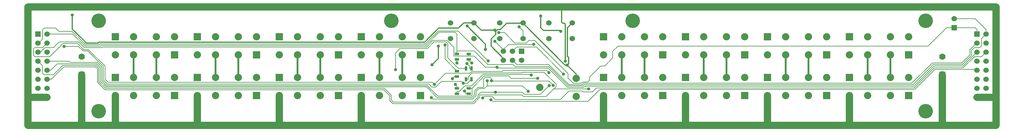
<source format=gbl>
G04 (created by PCBNEW-RS274X (2011-07-08)-stable) date Thu 08 Sep 2011 11:54:33 PM CEST*
G01*
G70*
G90*
%MOIN*%
G04 Gerber Fmt 3.4, Leading zero omitted, Abs format*
%FSLAX34Y34*%
G04 APERTURE LIST*
%ADD10C,0.010000*%
%ADD11R,0.070000X0.070000*%
%ADD12C,0.070000*%
%ADD13R,0.060000X0.060000*%
%ADD14C,0.060000*%
%ADD15R,0.080000X0.080000*%
%ADD16C,0.080000*%
%ADD17C,0.160000*%
%ADD18R,0.045000X0.025000*%
%ADD19R,0.025000X0.045000*%
%ADD20C,0.035000*%
%ADD21C,0.006000*%
%ADD22C,0.020000*%
%ADD23C,0.080000*%
%ADD24C,0.012000*%
G04 APERTURE END LIST*
G54D10*
G54D11*
X129300Y-57700D03*
G54D12*
X129300Y-55700D03*
G54D11*
X34800Y-57700D03*
G54D12*
X34800Y-55700D03*
G54D13*
X30000Y-53200D03*
G54D14*
X31000Y-53200D03*
X30000Y-54200D03*
X31000Y-54200D03*
X30000Y-55200D03*
X31000Y-55200D03*
X30000Y-56200D03*
X31000Y-56200D03*
X30000Y-57200D03*
X31000Y-57200D03*
X30000Y-58200D03*
X31000Y-58200D03*
X30000Y-59200D03*
X31000Y-59200D03*
X30000Y-60200D03*
X31000Y-60200D03*
G54D13*
X133100Y-53200D03*
G54D14*
X134100Y-53200D03*
X133100Y-54200D03*
X134100Y-54200D03*
X133100Y-55200D03*
X134100Y-55200D03*
X133100Y-56200D03*
X134100Y-56200D03*
X133100Y-57200D03*
X134100Y-57200D03*
X133100Y-58200D03*
X134100Y-58200D03*
X133100Y-59200D03*
X134100Y-59200D03*
X133100Y-60200D03*
X134100Y-60200D03*
G54D15*
X56500Y-58000D03*
G54D16*
X56500Y-60000D03*
X58500Y-60000D03*
X58500Y-58000D03*
G54D15*
X56500Y-53500D03*
G54D16*
X56500Y-55500D03*
X58500Y-55500D03*
X58500Y-53500D03*
G54D15*
X38500Y-53500D03*
G54D16*
X38500Y-55500D03*
X40500Y-55500D03*
X40500Y-53500D03*
G54D15*
X38500Y-58000D03*
G54D16*
X38500Y-60000D03*
X40500Y-60000D03*
X40500Y-58000D03*
G54D15*
X45000Y-55500D03*
G54D16*
X45000Y-53500D03*
X43000Y-53500D03*
X43000Y-55500D03*
G54D15*
X45000Y-60000D03*
G54D16*
X45000Y-58000D03*
X43000Y-58000D03*
X43000Y-60000D03*
G54D13*
X83100Y-55100D03*
G54D14*
X83100Y-56100D03*
X82100Y-55100D03*
X82100Y-56100D03*
X81100Y-55100D03*
X81100Y-56100D03*
X86100Y-51975D03*
X88650Y-51975D03*
X86100Y-53725D03*
X88650Y-53725D03*
X80700Y-51975D03*
X83250Y-51975D03*
X80700Y-53725D03*
X83250Y-53725D03*
X75300Y-51975D03*
X77850Y-51975D03*
X75300Y-53725D03*
X77850Y-53725D03*
G54D16*
X89100Y-60100D03*
X85100Y-59100D03*
X89100Y-58100D03*
G54D17*
X36650Y-51750D03*
X95300Y-51750D03*
X68800Y-51750D03*
X36650Y-61750D03*
G54D15*
X47500Y-58000D03*
G54D16*
X47500Y-60000D03*
X49500Y-60000D03*
X49500Y-58000D03*
G54D15*
X47500Y-53500D03*
G54D16*
X47500Y-55500D03*
X49500Y-55500D03*
X49500Y-53500D03*
G54D15*
X54000Y-55500D03*
G54D16*
X54000Y-53500D03*
X52000Y-53500D03*
X52000Y-55500D03*
G54D15*
X54000Y-60000D03*
G54D16*
X54000Y-58000D03*
X52000Y-58000D03*
X52000Y-60000D03*
G54D15*
X63000Y-55500D03*
G54D16*
X63000Y-53500D03*
X61000Y-53500D03*
X61000Y-55500D03*
G54D15*
X63000Y-60000D03*
G54D16*
X63000Y-58000D03*
X61000Y-58000D03*
X61000Y-60000D03*
G54D15*
X65500Y-58000D03*
G54D16*
X65500Y-60000D03*
X67500Y-60000D03*
X67500Y-58000D03*
G54D15*
X65500Y-53500D03*
G54D16*
X65500Y-55500D03*
X67500Y-55500D03*
X67500Y-53500D03*
G54D15*
X72000Y-55500D03*
G54D16*
X72000Y-53500D03*
X70000Y-53500D03*
X70000Y-55500D03*
G54D15*
X72000Y-60000D03*
G54D16*
X72000Y-58000D03*
X70000Y-58000D03*
X70000Y-60000D03*
G54D15*
X92100Y-58000D03*
G54D16*
X92100Y-60000D03*
X94100Y-60000D03*
X94100Y-58000D03*
G54D15*
X92100Y-53500D03*
G54D16*
X92100Y-55500D03*
X94100Y-55500D03*
X94100Y-53500D03*
G54D15*
X98600Y-55500D03*
G54D16*
X98600Y-53500D03*
X96600Y-53500D03*
X96600Y-55500D03*
G54D15*
X98600Y-60000D03*
G54D16*
X98600Y-58000D03*
X96600Y-58000D03*
X96600Y-60000D03*
G54D15*
X101100Y-58000D03*
G54D16*
X101100Y-60000D03*
X103100Y-60000D03*
X103100Y-58000D03*
G54D15*
X101100Y-53500D03*
G54D16*
X101100Y-55500D03*
X103100Y-55500D03*
X103100Y-53500D03*
G54D15*
X107600Y-55500D03*
G54D16*
X107600Y-53500D03*
X105600Y-53500D03*
X105600Y-55500D03*
G54D15*
X107600Y-60000D03*
G54D16*
X107600Y-58000D03*
X105600Y-58000D03*
X105600Y-60000D03*
G54D15*
X110100Y-58000D03*
G54D16*
X110100Y-60000D03*
X112100Y-60000D03*
X112100Y-58000D03*
G54D15*
X110100Y-53500D03*
G54D16*
X110100Y-55500D03*
X112100Y-55500D03*
X112100Y-53500D03*
G54D15*
X116600Y-55500D03*
G54D16*
X116600Y-53500D03*
X114600Y-53500D03*
X114600Y-55500D03*
G54D15*
X116600Y-60000D03*
G54D16*
X116600Y-58000D03*
X114600Y-58000D03*
X114600Y-60000D03*
G54D15*
X119100Y-58000D03*
G54D16*
X119100Y-60000D03*
X121100Y-60000D03*
X121100Y-58000D03*
G54D15*
X119100Y-53500D03*
G54D16*
X119100Y-55500D03*
X121100Y-55500D03*
X121100Y-53500D03*
G54D15*
X125600Y-55500D03*
G54D16*
X125600Y-53500D03*
X123600Y-53500D03*
X123600Y-55500D03*
G54D15*
X125600Y-60000D03*
G54D16*
X125600Y-58000D03*
X123600Y-58000D03*
X123600Y-60000D03*
G54D18*
X76000Y-55400D03*
X76000Y-56000D03*
X76000Y-57300D03*
X76000Y-57900D03*
X76000Y-59800D03*
X76000Y-59200D03*
X77300Y-59200D03*
X77300Y-59800D03*
G54D19*
X77000Y-58200D03*
X77600Y-58200D03*
X77000Y-57000D03*
X77600Y-57000D03*
G54D18*
X77300Y-55400D03*
X77300Y-56000D03*
G54D13*
X130600Y-52500D03*
G54D14*
X130600Y-51500D03*
G54D17*
X127450Y-51750D03*
X127450Y-61750D03*
G54D20*
X80211Y-59644D03*
X87696Y-57644D03*
X86113Y-58912D03*
X80373Y-56885D03*
X73200Y-60260D03*
X83822Y-59556D03*
X79314Y-58365D03*
X69245Y-57141D03*
X79725Y-60466D03*
X79422Y-56181D03*
X84844Y-58102D03*
X86569Y-58891D03*
X79779Y-58391D03*
X80145Y-54012D03*
X84425Y-54335D03*
X80586Y-53064D03*
X90461Y-59297D03*
X76704Y-58659D03*
X32870Y-54567D03*
X74689Y-54419D03*
X84141Y-57756D03*
X86077Y-57470D03*
X73526Y-58783D03*
X78813Y-60281D03*
X87900Y-56200D03*
X33771Y-51108D03*
X88102Y-56641D03*
X73963Y-54559D03*
X73250Y-56618D03*
X80166Y-52796D03*
X85200Y-51200D03*
X87400Y-52900D03*
X75502Y-58146D03*
X75815Y-58781D03*
X82836Y-52428D03*
X75987Y-56407D03*
X77622Y-56417D03*
X77096Y-56496D03*
X76820Y-59527D03*
X79135Y-54903D03*
X77122Y-52321D03*
G54D21*
X69534Y-60743D02*
X69013Y-60743D01*
X78316Y-59936D02*
X78608Y-59644D01*
X78316Y-60166D02*
X78316Y-59936D01*
X77739Y-60743D02*
X78316Y-60166D01*
X80211Y-59644D02*
X78608Y-59644D01*
X37800Y-59226D02*
X37426Y-59226D01*
X36349Y-56669D02*
X36669Y-56989D01*
X36669Y-56989D02*
X36669Y-58469D01*
X32708Y-56669D02*
X34891Y-56669D01*
X31677Y-57700D02*
X32708Y-56669D01*
X30646Y-57700D02*
X31677Y-57700D01*
X30500Y-57554D02*
X30646Y-57700D01*
X30500Y-56700D02*
X30500Y-57554D01*
X30500Y-56700D02*
X30000Y-56200D01*
X34891Y-56669D02*
X36349Y-56669D01*
X37800Y-59226D02*
X68019Y-59226D01*
X37426Y-59226D02*
X36669Y-58469D01*
X69534Y-60743D02*
X77739Y-60743D01*
X68026Y-59226D02*
X68019Y-59226D01*
X68782Y-59982D02*
X68026Y-59226D01*
X68782Y-60512D02*
X68782Y-59982D01*
X69013Y-60743D02*
X68782Y-60512D01*
X84713Y-54661D02*
X87696Y-57644D01*
X82539Y-54661D02*
X84713Y-54661D01*
X82100Y-55100D02*
X82539Y-54661D01*
X85152Y-59873D02*
X86113Y-58912D01*
X83398Y-59873D02*
X85152Y-59873D01*
X83169Y-59644D02*
X83398Y-59873D01*
X80211Y-59644D02*
X83169Y-59644D01*
G54D22*
X40500Y-58000D02*
X40500Y-55500D01*
X43000Y-58000D02*
X43000Y-55500D01*
X49500Y-55500D02*
X49500Y-58000D01*
X52000Y-58000D02*
X52000Y-55500D01*
X58500Y-55500D02*
X58500Y-58000D01*
X61000Y-58000D02*
X61000Y-55500D01*
X67500Y-55500D02*
X67500Y-58000D01*
X70000Y-55500D02*
X70000Y-58000D01*
X94100Y-55500D02*
X94100Y-58000D01*
X96600Y-55500D02*
X96600Y-58000D01*
X103100Y-55500D02*
X103100Y-58000D01*
X105600Y-58000D02*
X105600Y-55500D01*
X112100Y-58000D02*
X112100Y-55500D01*
X114600Y-58000D02*
X114600Y-55500D01*
X121100Y-55500D02*
X121100Y-58000D01*
X123600Y-58000D02*
X123600Y-55500D01*
G54D21*
X34409Y-54089D02*
X34462Y-54089D01*
X30000Y-55200D02*
X30255Y-55200D01*
X30255Y-55200D02*
X30755Y-54700D01*
X30755Y-54700D02*
X31698Y-54700D01*
X31698Y-54700D02*
X32309Y-54089D01*
X32309Y-54089D02*
X34409Y-54089D01*
X73375Y-53925D02*
X74883Y-53925D01*
X74883Y-53925D02*
X75641Y-54683D01*
X75641Y-54683D02*
X75641Y-55642D01*
X75641Y-55642D02*
X75657Y-55658D01*
X75657Y-55658D02*
X77300Y-55658D01*
X73367Y-53925D02*
X73375Y-53925D01*
X72656Y-54636D02*
X73367Y-53925D01*
X37060Y-54636D02*
X72656Y-54636D01*
X36980Y-54716D02*
X37060Y-54636D01*
X35089Y-54716D02*
X36980Y-54716D01*
X34462Y-54089D02*
X35089Y-54716D01*
X77300Y-55400D02*
X77300Y-55658D01*
X79120Y-56885D02*
X80373Y-56885D01*
X77893Y-55658D02*
X79120Y-56885D01*
X77300Y-55658D02*
X77893Y-55658D01*
X80464Y-56976D02*
X80373Y-56885D01*
X86019Y-56976D02*
X80464Y-56976D01*
X88170Y-59127D02*
X86019Y-56976D01*
X89901Y-59127D02*
X88170Y-59127D01*
X90039Y-58989D02*
X89901Y-59127D01*
X126151Y-58989D02*
X90039Y-58989D01*
X128402Y-56738D02*
X126151Y-58989D01*
X131562Y-56738D02*
X128402Y-56738D01*
X133100Y-55200D02*
X131562Y-56738D01*
X78991Y-59260D02*
X79314Y-58937D01*
X78380Y-59260D02*
X78991Y-59260D01*
X78097Y-59543D02*
X78380Y-59260D01*
X78097Y-60003D02*
X78097Y-59543D01*
X77696Y-60404D02*
X78097Y-60003D01*
X73344Y-60404D02*
X77696Y-60404D01*
X73200Y-60260D02*
X73344Y-60404D01*
X79314Y-58937D02*
X79314Y-58365D01*
X83203Y-58937D02*
X83822Y-59556D01*
X79314Y-58937D02*
X83203Y-58937D01*
X77000Y-57000D02*
X76146Y-57000D01*
X76146Y-57000D02*
X74997Y-55851D01*
X74997Y-55851D02*
X74997Y-54291D01*
X74997Y-54291D02*
X74794Y-54088D01*
X74794Y-54088D02*
X73472Y-54088D01*
X73472Y-54088D02*
X72740Y-54820D01*
X72740Y-54820D02*
X69726Y-54820D01*
X69726Y-54820D02*
X69245Y-55301D01*
X69245Y-55301D02*
X69245Y-57141D01*
X79725Y-60466D02*
X79894Y-60635D01*
X79894Y-60635D02*
X90401Y-60635D01*
X90401Y-60635D02*
X91676Y-59360D01*
X91676Y-59360D02*
X126260Y-59360D01*
X126260Y-59360D02*
X128496Y-57124D01*
X128496Y-57124D02*
X133024Y-57124D01*
X133024Y-57124D02*
X133100Y-57200D01*
X72520Y-54312D02*
X73966Y-52866D01*
X76330Y-53089D02*
X79422Y-56181D01*
X72520Y-54312D02*
X36840Y-54312D01*
X36840Y-54312D02*
X36760Y-54392D01*
X36760Y-54392D02*
X35680Y-54392D01*
X30680Y-52540D02*
X30500Y-52720D01*
X32285Y-52905D02*
X31920Y-52540D01*
X31920Y-52540D02*
X30680Y-52540D01*
X34927Y-54094D02*
X34924Y-54094D01*
X35225Y-54392D02*
X34927Y-54094D01*
X35680Y-54392D02*
X35225Y-54392D01*
X34924Y-54094D02*
X33735Y-52905D01*
X33735Y-52905D02*
X32285Y-52905D01*
X30080Y-54200D02*
X30000Y-54200D01*
X30500Y-53780D02*
X30080Y-54200D01*
X30500Y-52720D02*
X30500Y-53780D01*
X76107Y-52866D02*
X76330Y-53089D01*
X73966Y-52866D02*
X76107Y-52866D01*
X115177Y-58663D02*
X125937Y-58663D01*
X114827Y-58663D02*
X89905Y-58663D01*
X89905Y-58663D02*
X89767Y-58801D01*
X89767Y-58801D02*
X88304Y-58801D01*
X88304Y-58801D02*
X86070Y-56567D01*
X86070Y-56567D02*
X82567Y-56567D01*
X82100Y-56100D02*
X82567Y-56567D01*
X114827Y-58663D02*
X115177Y-58663D01*
X133070Y-54200D02*
X133100Y-54200D01*
X132318Y-54952D02*
X133070Y-54200D01*
X132318Y-55522D02*
X132318Y-54952D01*
X131426Y-56414D02*
X132318Y-55522D01*
X128186Y-56414D02*
X131426Y-56414D01*
X125937Y-58663D02*
X128186Y-56414D01*
X31000Y-56200D02*
X33382Y-56200D01*
X73898Y-60080D02*
X77558Y-60080D01*
X72720Y-58902D02*
X73898Y-60080D01*
X72262Y-58902D02*
X72720Y-58902D01*
X37562Y-58902D02*
X72262Y-58902D01*
X36993Y-58333D02*
X37562Y-58902D01*
X36993Y-56853D02*
X36993Y-58333D01*
X36478Y-56338D02*
X36993Y-56853D01*
X33520Y-56338D02*
X36478Y-56338D01*
X33382Y-56200D02*
X33520Y-56338D01*
X77658Y-59979D02*
X77658Y-59200D01*
X77558Y-60079D02*
X77558Y-60080D01*
X77558Y-60080D02*
X77558Y-60079D01*
X77558Y-60079D02*
X77658Y-59979D01*
X77658Y-59200D02*
X79003Y-57855D01*
X79003Y-57855D02*
X81682Y-57855D01*
X81682Y-57855D02*
X81929Y-58102D01*
X81929Y-58102D02*
X84844Y-58102D01*
X77300Y-59200D02*
X77658Y-59200D01*
X33220Y-56507D02*
X33600Y-56507D01*
X31382Y-57200D02*
X32075Y-56507D01*
X32075Y-56507D02*
X33220Y-56507D01*
X31000Y-57200D02*
X31382Y-57200D01*
X79779Y-58139D02*
X79779Y-58391D01*
X79657Y-58017D02*
X79779Y-58139D01*
X79100Y-58017D02*
X79657Y-58017D01*
X78934Y-58183D02*
X79100Y-58017D01*
X78934Y-59088D02*
X78934Y-58183D01*
X78924Y-59098D02*
X78934Y-59088D01*
X78312Y-59098D02*
X78924Y-59098D01*
X77935Y-59475D02*
X78312Y-59098D01*
X77935Y-59935D02*
X77935Y-59475D01*
X77628Y-60242D02*
X77935Y-59935D01*
X73830Y-60242D02*
X77628Y-60242D01*
X72652Y-59064D02*
X73830Y-60242D01*
X37494Y-59064D02*
X72652Y-59064D01*
X36831Y-58401D02*
X37494Y-59064D01*
X36831Y-56921D02*
X36831Y-58401D01*
X36410Y-56500D02*
X36831Y-56921D01*
X33607Y-56500D02*
X36410Y-56500D01*
X33600Y-56507D02*
X33607Y-56500D01*
X79779Y-58391D02*
X79799Y-58411D01*
X79799Y-58411D02*
X86089Y-58411D01*
X86089Y-58411D02*
X86569Y-58891D01*
X81658Y-54366D02*
X81100Y-54924D01*
X84394Y-54366D02*
X81658Y-54366D01*
X84425Y-54335D02*
X84394Y-54366D01*
X81057Y-54924D02*
X81100Y-54924D01*
X80145Y-54012D02*
X81057Y-54924D01*
X81100Y-54924D02*
X81100Y-55100D01*
X90543Y-58302D02*
X90543Y-57997D01*
X81229Y-53064D02*
X80586Y-53064D01*
X82367Y-54202D02*
X81229Y-53064D01*
X83608Y-54202D02*
X82367Y-54202D01*
X83897Y-53913D02*
X83608Y-54202D01*
X84534Y-53913D02*
X83897Y-53913D01*
X88199Y-57578D02*
X84534Y-53913D01*
X88199Y-58095D02*
X88199Y-57578D01*
X88741Y-58637D02*
X88199Y-58095D01*
X89701Y-58637D02*
X88741Y-58637D01*
X89838Y-58500D02*
X89701Y-58637D01*
X90345Y-58500D02*
X89838Y-58500D01*
X90543Y-58302D02*
X90345Y-58500D01*
X129760Y-52500D02*
X130600Y-52500D01*
X127720Y-54540D02*
X129760Y-52500D01*
X93680Y-54540D02*
X127720Y-54540D01*
X93100Y-55120D02*
X93680Y-54540D01*
X93100Y-55860D02*
X93100Y-55120D01*
X92220Y-56740D02*
X93100Y-55860D01*
X91800Y-56740D02*
X92220Y-56740D01*
X90543Y-57997D02*
X91800Y-56740D01*
X133100Y-53200D02*
X133100Y-52700D01*
X133100Y-52700D02*
X132900Y-52500D01*
X132900Y-52500D02*
X130600Y-52500D01*
X69480Y-60906D02*
X68946Y-60906D01*
X38140Y-59388D02*
X37358Y-59388D01*
X38140Y-59388D02*
X67939Y-59388D01*
X34846Y-56854D02*
X36304Y-56854D01*
X31460Y-58200D02*
X31000Y-58200D01*
X31460Y-58200D02*
X32806Y-56854D01*
X32806Y-56854D02*
X34846Y-56854D01*
X36507Y-57057D02*
X36507Y-58537D01*
X36304Y-56854D02*
X36507Y-57057D01*
X37358Y-59388D02*
X36507Y-58537D01*
X67939Y-59388D02*
X67951Y-59388D01*
X68620Y-60057D02*
X67951Y-59388D01*
X68620Y-60580D02*
X68620Y-60057D01*
X68946Y-60906D02*
X68620Y-60580D01*
X69467Y-60906D02*
X69480Y-60906D01*
X69480Y-60906D02*
X77806Y-60906D01*
X77806Y-60906D02*
X78505Y-60207D01*
X78505Y-60207D02*
X78505Y-59977D01*
X78505Y-59977D02*
X78528Y-59954D01*
X78528Y-59954D02*
X83134Y-59954D01*
X83134Y-59954D02*
X83297Y-60117D01*
X83297Y-60117D02*
X85779Y-60117D01*
X85779Y-60117D02*
X86606Y-59290D01*
X69466Y-60906D02*
X69467Y-60906D01*
X90454Y-59290D02*
X90461Y-59297D01*
X86606Y-59290D02*
X90454Y-59290D01*
X77258Y-58200D02*
X77000Y-58200D01*
X86606Y-59290D02*
X86877Y-59019D01*
X86877Y-59019D02*
X86877Y-58763D01*
X86877Y-58763D02*
X85554Y-57440D01*
X85554Y-57440D02*
X83180Y-57440D01*
X83180Y-57440D02*
X83092Y-57528D01*
X83092Y-57528D02*
X77672Y-57528D01*
X77672Y-57528D02*
X77258Y-57942D01*
X77258Y-57942D02*
X77258Y-58200D01*
X35885Y-55515D02*
X36965Y-56595D01*
X76502Y-58457D02*
X76704Y-58659D01*
X74288Y-58457D02*
X76502Y-58457D01*
X73654Y-59091D02*
X74288Y-58457D01*
X73269Y-59091D02*
X73654Y-59091D01*
X72918Y-58740D02*
X73269Y-59091D01*
X37630Y-58740D02*
X72918Y-58740D01*
X37155Y-58265D02*
X37630Y-58740D01*
X37155Y-56785D02*
X37155Y-58265D01*
X37125Y-56755D02*
X37155Y-56785D01*
X36965Y-56595D02*
X37125Y-56755D01*
X34340Y-54567D02*
X34427Y-54567D01*
X35465Y-55095D02*
X35885Y-55515D01*
X35885Y-55515D02*
X35886Y-55516D01*
X34955Y-55095D02*
X35465Y-55095D01*
X34427Y-54567D02*
X34955Y-55095D01*
X77141Y-58659D02*
X76704Y-58659D01*
X77600Y-58200D02*
X77141Y-58659D01*
X32870Y-54567D02*
X34340Y-54567D01*
X34340Y-54567D02*
X34355Y-54567D01*
X74689Y-55989D02*
X74689Y-54419D01*
X76000Y-57300D02*
X74689Y-55989D01*
X76000Y-59542D02*
X76000Y-59800D01*
X76258Y-59542D02*
X76000Y-59542D01*
X76859Y-58941D02*
X76258Y-59542D01*
X77593Y-58941D02*
X76859Y-58941D01*
X78843Y-57691D02*
X77593Y-58941D01*
X84076Y-57691D02*
X78843Y-57691D01*
X84141Y-57756D02*
X84076Y-57691D01*
X37340Y-56740D02*
X37340Y-58220D01*
X34349Y-54259D02*
X35023Y-54933D01*
X35023Y-54933D02*
X35533Y-54933D01*
X35533Y-54933D02*
X37340Y-56740D01*
X32743Y-54259D02*
X34297Y-54259D01*
X31302Y-55700D02*
X32743Y-54259D01*
X29648Y-55700D02*
X31302Y-55700D01*
X29491Y-55543D02*
X29648Y-55700D01*
X29491Y-54857D02*
X29491Y-55543D01*
X29648Y-54700D02*
X29491Y-54857D01*
X30500Y-54700D02*
X29648Y-54700D01*
X31000Y-54200D02*
X30500Y-54700D01*
X34297Y-54259D02*
X34349Y-54259D01*
X73303Y-58560D02*
X73526Y-58783D01*
X37680Y-58560D02*
X73303Y-58560D01*
X37340Y-58220D02*
X37680Y-58560D01*
X73526Y-58783D02*
X74750Y-57559D01*
X74750Y-57559D02*
X77409Y-57559D01*
X77409Y-57559D02*
X77609Y-57359D01*
X77609Y-57359D02*
X80942Y-57359D01*
X80942Y-57359D02*
X81067Y-57234D01*
X81067Y-57234D02*
X85841Y-57234D01*
X85841Y-57234D02*
X86077Y-57470D01*
X76000Y-55400D02*
X76000Y-53248D01*
X33803Y-53200D02*
X31000Y-53200D01*
X35157Y-54554D02*
X33803Y-53200D01*
X36846Y-54554D02*
X35157Y-54554D01*
X36926Y-54474D02*
X36846Y-54554D01*
X72588Y-54474D02*
X36926Y-54474D01*
X74034Y-53028D02*
X72588Y-54474D01*
X75780Y-53028D02*
X74034Y-53028D01*
X76000Y-53248D02*
X75780Y-53028D01*
X125239Y-58826D02*
X126054Y-58826D01*
X133600Y-53700D02*
X134100Y-53200D01*
X133600Y-54500D02*
X133600Y-53700D01*
X133400Y-54700D02*
X133600Y-54500D01*
X132800Y-54700D02*
X133400Y-54700D01*
X132480Y-55020D02*
X132800Y-54700D01*
X132480Y-55590D02*
X132480Y-55020D01*
X131494Y-56576D02*
X132480Y-55590D01*
X128304Y-56576D02*
X131494Y-56576D01*
X126054Y-58826D02*
X128304Y-56576D01*
X115180Y-58826D02*
X125239Y-58826D01*
X76000Y-55143D02*
X76055Y-55088D01*
X114920Y-58826D02*
X89972Y-58826D01*
X89972Y-58826D02*
X89834Y-58964D01*
X89834Y-58964D02*
X88237Y-58964D01*
X88237Y-58964D02*
X86077Y-56804D01*
X86077Y-56804D02*
X82385Y-56804D01*
X82385Y-56804D02*
X82153Y-56572D01*
X82153Y-56572D02*
X79378Y-56572D01*
X79378Y-56572D02*
X77894Y-55088D01*
X77894Y-55088D02*
X76055Y-55088D01*
X114920Y-58826D02*
X115180Y-58826D01*
X125239Y-58826D02*
X125240Y-58827D01*
X134100Y-53200D02*
X134100Y-52700D01*
X132900Y-51500D02*
X130600Y-51500D01*
X134100Y-52700D02*
X132900Y-51500D01*
X76000Y-55182D02*
X76000Y-55143D01*
X76000Y-55182D02*
X76000Y-55400D01*
X134100Y-52973D02*
X134100Y-53200D01*
X78813Y-60281D02*
X78976Y-60118D01*
X78976Y-60118D02*
X79871Y-60118D01*
X79871Y-60118D02*
X80187Y-60434D01*
X80187Y-60434D02*
X87367Y-60434D01*
X87367Y-60434D02*
X88281Y-59520D01*
X88281Y-59520D02*
X89724Y-59520D01*
X89724Y-59520D02*
X89820Y-59616D01*
X89820Y-59616D02*
X90853Y-59616D01*
X90853Y-59616D02*
X91289Y-59180D01*
X91289Y-59180D02*
X126199Y-59180D01*
X126199Y-59180D02*
X128419Y-56960D01*
X128419Y-56960D02*
X131572Y-56960D01*
X131572Y-56960D02*
X132832Y-55700D01*
X132832Y-55700D02*
X133600Y-55700D01*
X133600Y-55700D02*
X134100Y-55200D01*
G54D23*
X133100Y-60200D02*
X134100Y-60200D01*
X134100Y-60200D02*
X135200Y-60200D01*
X31000Y-60200D02*
X30000Y-60200D01*
X30000Y-60200D02*
X28900Y-60200D01*
X56400Y-63300D02*
X65500Y-63300D01*
X47500Y-63300D02*
X56400Y-63300D01*
X38400Y-63300D02*
X47500Y-63300D01*
X119100Y-63300D02*
X129300Y-63300D01*
X110100Y-63300D02*
X119100Y-63300D01*
X101100Y-63300D02*
X110100Y-63300D01*
X92100Y-63300D02*
X101100Y-63300D01*
X65500Y-63300D02*
X92100Y-63300D01*
X92100Y-60000D02*
X92100Y-63300D01*
X135200Y-63300D02*
X135200Y-61700D01*
X129300Y-63300D02*
X135200Y-63300D01*
X34900Y-63300D02*
X38400Y-63300D01*
X34900Y-63200D02*
X34900Y-63300D01*
X34800Y-63300D02*
X34900Y-63200D01*
X101100Y-60000D02*
X101100Y-63300D01*
X110100Y-60000D02*
X110100Y-63300D01*
X119100Y-60000D02*
X119100Y-63300D01*
X38500Y-63200D02*
X38400Y-63300D01*
X38500Y-60000D02*
X38500Y-63200D01*
X47500Y-60000D02*
X47500Y-63300D01*
X56500Y-63200D02*
X56400Y-63300D01*
X56500Y-60000D02*
X56500Y-63200D01*
X129300Y-57700D02*
X129300Y-63300D01*
X34800Y-57700D02*
X34800Y-63300D01*
X28900Y-63300D02*
X34800Y-63300D01*
X28900Y-61700D02*
X28900Y-63300D01*
X135200Y-50200D02*
X135200Y-60200D01*
X135200Y-60200D02*
X135200Y-61700D01*
X87500Y-50200D02*
X135200Y-50200D01*
X28900Y-50200D02*
X87500Y-50200D01*
X28900Y-61700D02*
X28900Y-60200D01*
X28900Y-60200D02*
X28900Y-50200D01*
G54D24*
X87500Y-51900D02*
X87500Y-50200D01*
X87600Y-52000D02*
X87500Y-51900D01*
X87800Y-52000D02*
X87600Y-52000D01*
X87900Y-52100D02*
X87800Y-52000D01*
X87900Y-56200D02*
X87900Y-52100D01*
G54D23*
X65500Y-60000D02*
X65500Y-63300D01*
G54D24*
X37940Y-54120D02*
X36660Y-54120D01*
X76157Y-52560D02*
X76162Y-52555D01*
X77850Y-51975D02*
X76742Y-51975D01*
X76162Y-52555D02*
X76742Y-51975D01*
X34781Y-53679D02*
X34784Y-53679D01*
X34784Y-53679D02*
X35143Y-54038D01*
X33771Y-51108D02*
X33771Y-52669D01*
X33771Y-52669D02*
X34781Y-53679D01*
X74000Y-52560D02*
X74527Y-52560D01*
X72440Y-54120D02*
X74000Y-52560D01*
X37940Y-54120D02*
X72440Y-54120D01*
X74527Y-52560D02*
X76157Y-52560D01*
X35305Y-54200D02*
X35143Y-54038D01*
X36580Y-54200D02*
X35305Y-54200D01*
X36660Y-54120D02*
X36580Y-54200D01*
X73963Y-54559D02*
X73963Y-55905D01*
X73963Y-55905D02*
X73250Y-56618D01*
X83250Y-51975D02*
X83250Y-52027D01*
X89100Y-57639D02*
X88102Y-56641D01*
X89100Y-58100D02*
X89100Y-57639D01*
X88244Y-56499D02*
X88102Y-56641D01*
X88244Y-55792D02*
X88244Y-56499D01*
X88124Y-55672D02*
X88244Y-55792D01*
X88124Y-52501D02*
X88124Y-55672D01*
X88650Y-51975D02*
X88124Y-52501D01*
X87864Y-56641D02*
X88102Y-56641D01*
X83250Y-52027D02*
X87864Y-56641D01*
X80446Y-52726D02*
X80299Y-52873D01*
X80760Y-52726D02*
X80446Y-52726D01*
X81459Y-52027D02*
X80760Y-52726D01*
X83250Y-52027D02*
X81459Y-52027D01*
X81100Y-55899D02*
X81100Y-56100D01*
X79743Y-54542D02*
X81100Y-55899D01*
X79743Y-53743D02*
X79743Y-54542D01*
X80248Y-53238D02*
X79743Y-53743D01*
X80248Y-52924D02*
X80248Y-53238D01*
X80299Y-52873D02*
X80248Y-52924D01*
X80243Y-52873D02*
X80299Y-52873D01*
X80166Y-52796D02*
X80243Y-52873D01*
X78671Y-52796D02*
X80166Y-52796D01*
X77850Y-51975D02*
X78671Y-52796D01*
X85200Y-52500D02*
X85200Y-51200D01*
X85500Y-52800D02*
X85200Y-52500D01*
X87300Y-52800D02*
X85500Y-52800D01*
X87400Y-52900D02*
X87300Y-52800D01*
G54D21*
X75642Y-58006D02*
X75502Y-58146D01*
X75642Y-57900D02*
X75642Y-58006D01*
X76000Y-57900D02*
X75642Y-57900D01*
X75976Y-58942D02*
X75815Y-58781D01*
X76000Y-58942D02*
X75976Y-58942D01*
X76000Y-59200D02*
X76000Y-58942D01*
X83250Y-52842D02*
X83250Y-53725D01*
X82836Y-52428D02*
X83250Y-52842D01*
X76000Y-56394D02*
X75987Y-56407D01*
X76000Y-56000D02*
X76000Y-56394D01*
X77463Y-56258D02*
X77622Y-56417D01*
X77300Y-56258D02*
X77463Y-56258D01*
X77300Y-56000D02*
X77300Y-56258D01*
X77342Y-56742D02*
X77096Y-56496D01*
X77342Y-57000D02*
X77342Y-56742D01*
X77600Y-57000D02*
X77342Y-57000D01*
X76942Y-59649D02*
X76820Y-59527D01*
X76942Y-59800D02*
X76942Y-59649D01*
X77300Y-59800D02*
X76942Y-59800D01*
G54D24*
X79135Y-54334D02*
X77122Y-52321D01*
X79135Y-54903D02*
X79135Y-54334D01*
M02*

</source>
